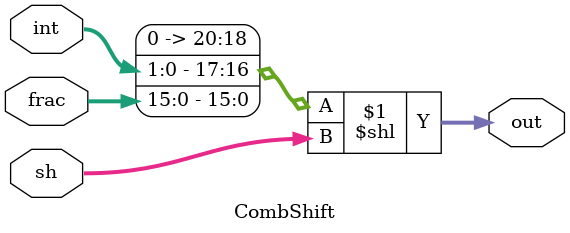
<source format=v>
module CombShift(frac, int, sh, out);
input[15:0] frac;
input[1:0] int;
input[1:0] sh;
output[20:0] out;

assign out = {int, frac} << sh;
endmodule
</source>
